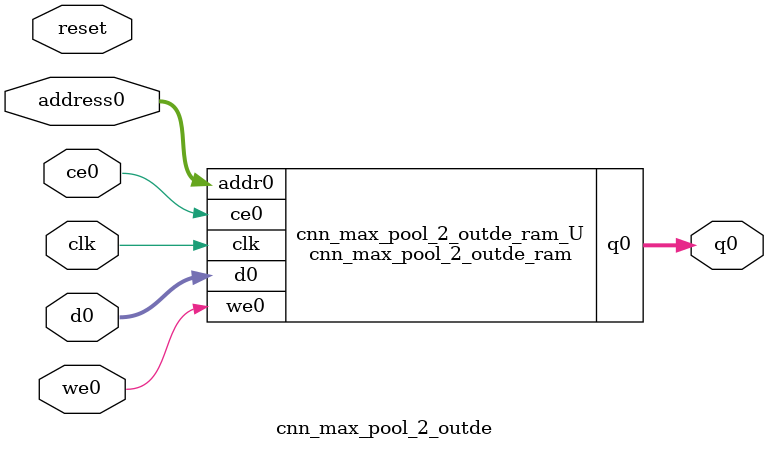
<source format=v>
`timescale 1 ns / 1 ps
module cnn_max_pool_2_outde_ram (addr0, ce0, d0, we0, q0,  clk);

parameter DWIDTH = 14;
parameter AWIDTH = 7;
parameter MEM_SIZE = 80;

input[AWIDTH-1:0] addr0;
input ce0;
input[DWIDTH-1:0] d0;
input we0;
output reg[DWIDTH-1:0] q0;
input clk;

(* ram_style = "block" *)reg [DWIDTH-1:0] ram[0:MEM_SIZE-1];




always @(posedge clk)  
begin 
    if (ce0) 
    begin
        if (we0) 
        begin 
            ram[addr0] <= d0; 
        end 
        q0 <= ram[addr0];
    end
end


endmodule

`timescale 1 ns / 1 ps
module cnn_max_pool_2_outde(
    reset,
    clk,
    address0,
    ce0,
    we0,
    d0,
    q0);

parameter DataWidth = 32'd14;
parameter AddressRange = 32'd80;
parameter AddressWidth = 32'd7;
input reset;
input clk;
input[AddressWidth - 1:0] address0;
input ce0;
input we0;
input[DataWidth - 1:0] d0;
output[DataWidth - 1:0] q0;



cnn_max_pool_2_outde_ram cnn_max_pool_2_outde_ram_U(
    .clk( clk ),
    .addr0( address0 ),
    .ce0( ce0 ),
    .we0( we0 ),
    .d0( d0 ),
    .q0( q0 ));

endmodule


</source>
